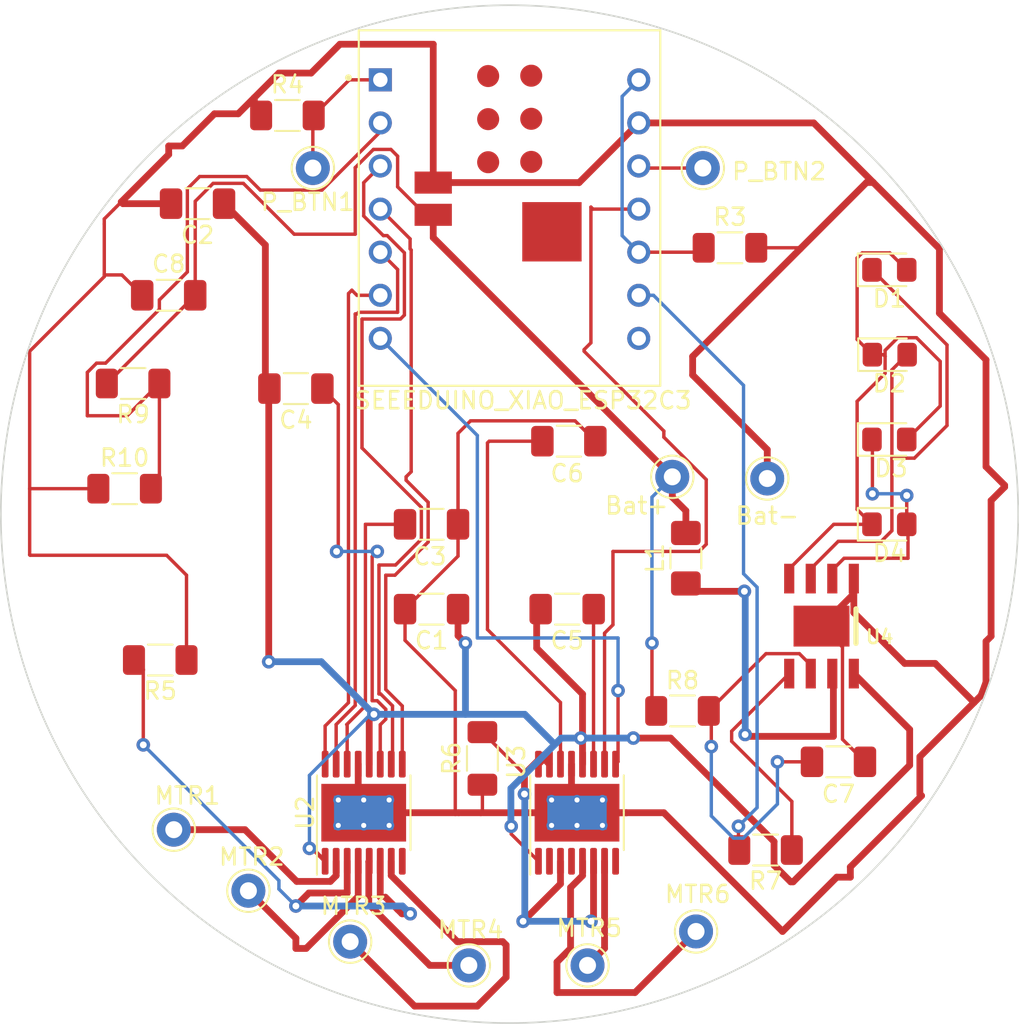
<source format=kicad_pcb>
(kicad_pcb (version 20221018) (generator pcbnew)
  (layers (0 "F.Cu" signal) (31 "B.Cu" signal) (34 "B.Paste" user) (35 "F.Paste" user) (36 "B.SilkS" user "B.Silkscreen") (37 "F.SilkS" user "F.Silkscreen") (38 "B.Mask" user) (39 "F.Mask" user) (44 "Edge.Cuts" user))
  (net 0 "")
  (net 1 "Net-(U2-VM)")
  (net 2 "GND")
  (net 3 "Net-(U2-VINT)")
  (net 4 "Net-(U2-VCP)")
  (net 5 "Net-(U3-VCP)")
  (net 6 "Net-(U3-VINT)")
  (net 7 "Net-(U4-BAT)")
  (net 8 "Net-(D1-K)")
  (net 9 "Net-(D1-A)")
  (net 10 "Net-(D3-K)")
  (net 11 "+3V3")
  (net 12 "Net-(U4-SW)")
  (net 13 "VCC")
  (net 14 "Net-(U2-AISEN)")
  (net 15 "Net-(U3-AIN1)")
  (net 16 "Net-(U4-KEY)")
  (net 17 "Net-(SEEEDUINO_XIAO_ESP32C3-D8)")
  (net 18 "Net-(SEEEDUINO_XIAO_ESP32C3-D1)")
  (net 19 "Net-(SEEEDUINO_XIAO_ESP32C3-D2)")
  (net 20 "Net-(SEEEDUINO_XIAO_ESP32C3-D3)")
  (net 21 "Net-(SEEEDUINO_XIAO_ESP32C3-D4)")
  (net 22 "Net-(SEEEDUINO_XIAO_ESP32C3-D5)")
  (net 23 "Net-(SEEEDUINO_XIAO_ESP32C3-TX_D6)")
  (net 25 "Net-(SEEEDUINO_XIAO_ESP32C3-D10)")
  (net 30 "Net-(MTR1-Pin_1)")
  (net 31 "Net-(MTR2-Pin_1)")
  (net 32 "Net-(MTR3-Pin_1)")
  (net 33 "Net-(MTR4-Pin_1)")
  (net 34 "Net-(MTR5-Pin_1)")
  (net 35 "Net-(MTR6-Pin_1)")
  (net 36 "Net-(P_BTN1-Pin_1)")
  (net 37 "Net-(Bat_P1-Pin_1)")
  (footprint "Resistor_SMD:R_1206_3216Metric_Pad1.30x1.75mm_HandSolder" (layer "F.Cu") (at 139.7 113.2 180)
    (fp_text reference "R7")
    (fp_text value "56K")
  )
  (footprint "LED_SMD:LED_0805_2012Metric_Pad1.15x1.40mm_HandSolder" (layer "F.Cu") (at 147 94)
    (fp_text reference "D4")
    (fp_text value "red")
  )
  (footprint "Capacitor_SMD:C_1206_3216Metric_Pad1.33x1.80mm_HandSolder" (layer "F.Cu") (at 112 86 180)
    (fp_text reference "C4")
    (fp_text value "0.01uF")
  )
  (footprint "Capacitor_SMD:C_1206_3216Metric_Pad1.33x1.80mm_HandSolder" (layer "F.Cu") (at 128 99 180)
    (fp_text reference "C5")
    (fp_text value "0.01uF")
  )
  (footprint "Connector_Pin:Pin_D1.0mm_L10.0mm" (layer "F.Cu") (at 115.2 118.6)
    (fp_text reference "MTR3")
    (fp_text value "Motor_3")
  )
  (footprint "Connector_Pin:Pin_D1.0mm_L10.0mm" (layer "F.Cu") (at 135.6 118)
    (fp_text reference "MTR6")
    (fp_text value "Motor_6")
  )
  (footprint "Resistor_SMD:R_1206_3216Metric_Pad1.30x1.75mm_HandSolder" (layer "F.Cu") (at 137.6 77.7)
    (fp_text reference "R3")
    (fp_text value "56K")
  )
  (footprint "Capacitor_SMD:C_1206_3216Metric_Pad1.33x1.80mm_HandSolder" (layer "F.Cu") (at 128.1 89.1)
    (fp_text reference "C6")
    (fp_text value "2.2uF")
  )
  (footprint "LED_SMD:LED_0805_2012Metric_Pad1.15x1.40mm_HandSolder" (layer "F.Cu") (at 147.025 84)
    (fp_text reference "D2")
    (fp_text value "red")
  )
  (footprint "Resistor_SMD:R_1206_3216Metric_Pad1.30x1.75mm_HandSolder" (layer "F.Cu") (at 101.9 91.9)
    (fp_text reference "R10")
    (fp_text value "30K")
  )
  (footprint "Connector_Pin:Pin_D1.0mm_L10.0mm" (layer "F.Cu") (at 122.2 120)
    (fp_text reference "MTR4")
    (fp_text value "Motor_4")
  )
  (footprint "Package_SO:HTSSOP-16-1EP_4.4x5mm_P0.65mm_EP3.4x5mm_Mask2.46x2.31mm_ThermalVias" (layer "F.Cu") (at 128.58 111 90)
    (fp_text reference "U3")
    (fp_text value "DRV8833PWP")
  )
  (footprint "LED_SMD:LED_0805_2012Metric_Pad1.15x1.40mm_HandSolder" (layer "F.Cu") (at 147 79)
    (fp_text reference "D1")
    (fp_text value "red")
  )
  (footprint "113991054:MODULE_113991054" (layer "F.Cu") (at 124.6 75.3565)
    (fp_text reference "SEEEDUINO_XIAO_ESP32C3")
    (fp_text value "113991054")
  )
  (footprint "Resistor_SMD:R_1206_3216Metric_Pad1.30x1.75mm_HandSolder" (layer "F.Cu") (at 111.5 69.9)
    (fp_text reference "R4")
    (fp_text value "56K")
  )
  (footprint "Connector_Pin:Pin_D1.0mm_L10.0mm" (layer "F.Cu") (at 129.2 120)
    (fp_text reference "MTR5")
    (fp_text value "Motor_5")
  )
  (footprint "Connector_Pin:Pin_D1.0mm_L10.0mm" (layer "F.Cu") (at 139.8 91.3)
    (fp_text reference "Bat-")
    (fp_text value "ExtPowerButton1")
  )
  (footprint "Connector_Pin:Pin_D1.0mm_L10.0mm" (layer "F.Cu") (at 109.2 115.6)
    (fp_text reference "MTR2")
    (fp_text value "Motor_2")
  )
  (footprint "Package_SO:HTSSOP-16-1EP_4.4x5mm_P0.65mm_EP3.4x5mm_Mask2.46x2.31mm_ThermalVias" (layer "F.Cu") (at 116 111 90)
    (fp_text reference "U2")
    (fp_text value "DRV8833PWP")
  )
  (footprint "Capacitor_SMD:C_1206_3216Metric_Pad1.33x1.80mm_HandSolder" (layer "F.Cu") (at 106.2 75.1 180)
    (fp_text reference "C2")
    (fp_text value "10uF")
  )
  (footprint "LED_SMD:LED_0805_2012Metric_Pad1.15x1.40mm_HandSolder" (layer "F.Cu") (at 147 89)
    (fp_text reference "D3")
    (fp_text value "red")
  )
  (footprint "Inductor_SMD:L_1206_3216Metric_Pad1.42x1.75mm_HandSolder" (layer "F.Cu") (at 135 96 90)
    (fp_text reference "L1")
    (fp_text value "1uH")
  )
  (footprint "Connector_Pin:Pin_D1.0mm_L10.0mm" (layer "F.Cu") (at 134.2 91.2)
    (fp_text reference "Bat+")
    (fp_text value "ExtPowerButton1")
  )
  (footprint "Capacitor_SMD:C_1206_3216Metric_Pad1.33x1.80mm_HandSolder" (layer "F.Cu") (at 104.5 80.5)
    (fp_text reference "C8")
    (fp_text value "22uF")
  )
  (footprint "Resistor_SMD:R_1206_3216Metric_Pad1.30x1.75mm_HandSolder" (layer "F.Cu") (at 104 102 180)
    (fp_text reference "R5")
    (fp_text value "56K")
  )
  (footprint "Capacitor_SMD:C_1206_3216Metric_Pad1.33x1.80mm_HandSolder" (layer "F.Cu") (at 120 99 180)
    (fp_text reference "C1")
    (fp_text value "10uF")
  )
  (footprint "Connector_Pin:Pin_D1.0mm_L10.0mm" (layer "F.Cu") (at 136 73)
    (fp_text reference "P_BTN2")
    (fp_text value "ExtPowerButton1")
  )
  (footprint "Resistor_SMD:R_1206_3216Metric_Pad1.30x1.75mm_HandSolder" (layer "F.Cu") (at 123 107.8 90)
    (fp_text reference "R6")
    (fp_text value "56K")
  )
  (footprint "Resistor_SMD:R_1206_3216Metric_Pad1.30x1.75mm_HandSolder" (layer "F.Cu") (at 134.8 105 180)
    (fp_text reference "R8")
    (fp_text value "0.5")
  )
  (footprint "Connector_Pin:Pin_D1.0mm_L10.0mm" (layer "F.Cu") (at 104.8 112)
    (fp_text reference "MTR1")
    (fp_text value "Motor_1")
  )
  (footprint "Capacitor_SMD:C_1206_3216Metric_Pad1.33x1.80mm_HandSolder" (layer "F.Cu") (at 120 94)
    (fp_text reference "C3")
    (fp_text value "2.2uF")
  )
  (footprint "IP5306:SOP8-P" (layer "F.Cu") (at 143 100 180)
    (fp_text reference "U4")
    (fp_text value "IP5306")
  )
  (footprint "Resistor_SMD:R_1206_3216Metric_Pad1.30x1.75mm_HandSolder" (layer "F.Cu") (at 102.4 85.7 180)
    (fp_text reference "R9")
    (fp_text value "30K")
  )
  (footprint "Capacitor_SMD:C_1206_3216Metric_Pad1.33x1.80mm_HandSolder" (layer "F.Cu") (at 144 108)
    (fp_text reference "C7")
    (fp_text value "22uF")
  )
  (footprint "Connector_Pin:Pin_D1.0mm_L10.0mm" (layer "F.Cu") (at 113 73)
    (fp_text reference "P_BTN1")
    (fp_text value "ExtPowerButton1")
  )
  (gr_circle (center 124.6 93.4) (end 154.6 93.4) (stroke (width 0.1)) (fill none) (layer "Edge.Cuts"))
  (segment (start 128.905 104.005) (end 126.2 101.3) (width 0.4) (layer "F.Cu") (net 1))
  (segment (start 140.2 112.7) (end 140.2 114.094239) (width 0.4) (layer "F.Cu") (net 1))
  (segment (start 121.5625 100.5625) (end 121.5625 99) (width 0.4) (layer "F.Cu") (net 1))
  (segment (start 116.325 105.475) (end 116.325 108.1375) (width 0.4) (layer "F.Cu") (net 1))
  (segment (start 141.324264 115.075736) (end 148.2 108.2) (width 0.4) (layer "F.Cu") (net 1))
  (segment (start 110.4 102.1) (end 110.4 86.0375) (width 0.4) (layer "F.Cu") (net 1))
  (segment (start 128.8 106.6) (end 128.905 106.495) (width 0.4) (layer "F.Cu") (net 1))
  (segment (start 110.4 86.0375) (end 110.4375 86) (width 0.4) (layer "F.Cu") (net 1))
  (segment (start 134.1 106.6) (end 140.2 112.7) (width 0.4) (layer "F.Cu") (net 1))
  (segment (start 113 113.1375) (end 112.8 113.1) (width 0.25) (layer "F.Cu") (net 1))
  (segment (start 140.2 114.094239) (end 141.181497 115.075736) (width 0.4) (layer "F.Cu") (net 1))
  (segment (start 122 101) (end 121.5625 100.5625) (width 0.4) (layer "F.Cu") (net 1))
  (segment (start 110.2 85.7625) (end 110.2 77.5375) (width 0.4) (layer "F.Cu") (net 1))
  (segment (start 110.2 77.5375) (end 107.7625 75.1) (width 0.4) (layer "F.Cu") (net 1))
  (segment (start 128.905 106.495) (end 128.905 104.005) (width 0.4) (layer "F.Cu") (net 1))
  (segment (start 148.2 106.095) (end 144.905 102.8) (width 0.4) (layer "F.Cu") (net 1))
  (segment (start 148.2 108.2) (end 148.2 106.095) (width 0.4) (layer "F.Cu") (net 1))
  (segment (start 110.4375 86) (end 110.2 85.7625) (width 0.4) (layer "F.Cu") (net 1))
  (segment (start 131.9 106.6) (end 134.1 106.6) (width 0.4) (layer "F.Cu") (net 1))
  (segment (start 113.725 113.8625) (end 113 113.1375) (width 0.25) (layer "F.Cu") (net 1))
  (segment (start 126.305 113.8625) (end 124.7 112.2575) (width 0.2) (layer "F.Cu") (net 1))
  (segment (start 126.2 101.3) (end 126.2 99.2375) (width 0.4) (layer "F.Cu") (net 1))
  (segment (start 141.181497 115.075736) (end 141.324264 115.075736) (width 0.4) (layer "F.Cu") (net 1))
  (segment (start 128.905 106.705) (end 128.8 106.6) (width 0.4) (layer "F.Cu") (net 1))
  (segment (start 128.905 108.1375) (end 128.905 106.705) (width 0.4) (layer "F.Cu") (net 1))
  (segment (start 124.7 112.2575) (end 124.7 111.8) (width 0.2) (layer "F.Cu") (net 1))
  (segment (start 126.2 99.2375) (end 126.4375 99) (width 0.4) (layer "F.Cu") (net 1))
  (segment (start 116.6 105.2) (end 116.325 105.475) (width 0.4) (layer "F.Cu") (net 1))
  (via (at 122 101) (size 0.8) (drill 0.4) (layers "F.Cu" "B.Cu") (net 1))
  (via (at 116.6 105.2) (size 0.8) (drill 0.4) (layers "F.Cu" "B.Cu") (net 1))
  (via (at 131.9 106.6) (size 0.8) (drill 0.4) (layers "F.Cu" "B.Cu") (net 1))
  (via (at 110.4 102.1) (size 0.8) (drill 0.4) (layers "F.Cu" "B.Cu") (net 1))
  (via (at 112.8 113.1) (size 0.8) (drill 0.4) (layers "F.Cu" "B.Cu") (net 1))
  (via (at 128.8 106.6) (size 0.8) (drill 0.4) (layers "F.Cu" "B.Cu") (net 1))
  (via (at 124.7 111.8) (size 0.8) (drill 0.4) (layers "F.Cu" "B.Cu") (net 1))
  (segment (start 127.649127 106.6) (end 127.274563 106.974563) (width 0.4) (layer "B.Cu") (net 1))
  (segment (start 110.4 102.1) (end 113.5 102.1) (width 0.4) (layer "B.Cu") (net 1))
  (segment (start 125.5 105.2) (end 122 105.2) (width 0.4) (layer "B.Cu") (net 1))
  (segment (start 122 101) (end 122 105.2) (width 0.4) (layer "B.Cu") (net 1))
  (segment (start 116.4 105.2) (end 112.8 108.8) (width 0.2) (layer "B.Cu") (net 1))
  (segment (start 127.274563 106.974563) (end 125.5 105.2) (width 0.4) (layer "B.Cu") (net 1))
  (segment (start 127.274563 106.974563) (end 124.680498 109.568629) (width 0.4) (layer "B.Cu") (net 1))
  (segment (start 124.680498 111.780498) (end 124.7 111.8) (width 0.4) (layer "B.Cu") (net 1))
  (segment (start 128.8 106.6) (end 127.649127 106.6) (width 0.4) (layer "B.Cu") (net 1))
  (segment (start 112.8 108.8) (end 112.8 113.1) (width 0.2) (layer "B.Cu") (net 1))
  (segment (start 131.9 106.6) (end 128.8 106.6) (width 0.4) (layer "B.Cu") (net 1))
  (segment (start 116.6 105.2) (end 116.4 105.2) (width 0.2) (layer "B.Cu") (net 1))
  (segment (start 124.680498 109.568629) (end 124.680498 111.780498) (width 0.4) (layer "B.Cu") (net 1))
  (segment (start 116.6 105.2) (end 122 105.2) (width 0.4) (layer "B.Cu") (net 1))
  (segment (start 113.5 102.1) (end 116.6 105.2) (width 0.4) (layer "B.Cu") (net 1))
  (segment (start 115.675 108.1375) (end 115.675 110.675) (width 0.4) (layer "F.Cu") (net 2))
  (segment (start 144.7 114.2) (end 144.7 114.8) (width 0.4) (layer "F.Cu") (net 2))
  (segment (start 145.655761 73.85) (end 146.05 73.85) (width 0.4) (layer "F.Cu") (net 2))
  (segment (start 109.55 69.5) (end 109.95 69.9) (width 0.4) (layer "F.Cu") (net 2))
  (segment (start 143 100) (end 144.905 98.095) (width 0.4) (layer "F.Cu") (net 2))
  (segment (start 152.7 90.6) (end 153.8 91.7) (width 0.4) (layer "F.Cu") (net 2))
  (segment (start 115.675 110.675) (end 116 111) (width 0.4) (layer "F.Cu") (net 2))
  (segment (start 123 110.9) (end 122.9 111) (width 0.2) (layer "F.Cu") (net 2))
  (segment (start 96.3 83.8) (end 96.3 91.9) (width 0.2) (layer "F.Cu") (net 2))
  (segment (start 144.905 98.095) (end 144.905 97.2) (width 0.4) (layer "F.Cu") (net 2))
  (segment (start 120.1 65.7) (end 114.6 65.7) (width 0.4) (layer "F.Cu") (net 2))
  (segment (start 143.9 114.8) (end 140.7 118) (width 0.4) (layer "F.Cu") (net 2))
  (segment (start 132.22 70.34) (end 142.54 70.34) (width 0.4) (layer "F.Cu") (net 2))
  (segment (start 147.905 102.2) (end 144.905 99.2) (width 0.4) (layer "F.Cu") (net 2))
  (segment (start 141.752881 77.752881) (end 145.655761 73.85) (width 0.4) (layer "F.Cu") (net 2))
  (segment (start 153 92.6) (end 153 100.6) (width 0.4) (layer "F.Cu") (net 2))
  (segment (start 129.6625 89.1) (end 128.4625 87.9) (width 0.2) (layer "F.Cu") (net 2))
  (segment (start 101.8 75.1) (end 101.7 75) (width 0.4) (layer "F.Cu") (net 2))
  (segment (start 105.55 102) (end 105.55 97) (width 0.2) (layer "F.Cu") (net 2))
  (segment (start 122.3 87.9) (end 121.5625 88.6375) (width 0.2) (layer "F.Cu") (net 2))
  (segment (start 135.4 84.105761) (end 141.752881 77.752881) (width 0.4) (layer "F.Cu") (net 2))
  (segment (start 100.7 79.4) (end 96.3 83.8) (width 0.2) (layer "F.Cu") (net 2))
  (segment (start 152.7 84.3) (end 152.7 90.6) (width 0.4) (layer "F.Cu") (net 2))
  (segment (start 149.953596 77.753596) (end 149.953596 81.553596) (width 0.4) (layer "F.Cu") (net 2))
  (segment (start 141.7 77.7) (end 141.752881 77.752881) (width 0.2) (layer "F.Cu") (net 2))
  (segment (start 135.4 85.2) (end 135.4 84.105761) (width 0.4) (layer "F.Cu") (net 2))
  (segment (start 142.54 70.34) (end 146.05 73.85) (width 0.4) (layer "F.Cu") (net 2))
  (segment (start 114.6 65.7) (end 112.9 67.4) (width 0.4) (layer "F.Cu") (net 2))
  (segment (start 105.3 71.7) (end 104.5 71.7) (width 0.4) (layer "F.Cu") (net 2))
  (segment (start 146.05 73.85) (end 147.6 75.4) (width 0.4) (layer "F.Cu") (net 2))
  (segment (start 144.235 101.235) (end 143 100) (width 0.2) (layer "F.Cu") (net 2))
  (segment (start 96.3 91.9) (end 96.3 95.8) (width 0.2) (layer "F.Cu") (net 2))
  (segment (start 122.9 111) (end 121.6 111) (width 0.4) (layer "F.Cu") (net 2))
  (segment (start 121.4 111) (end 116 111) (width 0.4) (layer "F.Cu") (net 2))
  (segment (start 139.8 89.6) (end 135.4 85.2) (width 0.4) (layer "F.Cu") (net 2))
  (segment (start 128.4625 87.9) (end 122.3 87.9) (width 0.2) (layer "F.Cu") (net 2))
  (segment (start 120.1 73.8565) (end 120.1 65.7) (width 0.4) (layer "F.Cu") (net 2))
  (segment (start 104.375 95.825) (end 96.325 95.825) (width 0.2) (layer "F.Cu") (net 2))
  (segment (start 128.255 110.675) (end 128.58 111) (width 0.4) (layer "F.Cu") (net 2))
  (segment (start 133.7 111) (end 131.5 111) (width 0.4) (layer "F.Cu") (net 2))
  (segment (start 121.4 111) (end 121.4 103.8) (width 0.2) (layer "F.Cu") (net 2))
  (segment (start 112.9 67.4) (end 111 67.4) (width 0.4) (layer "F.Cu") (net 2))
  (segment (start 107.2 69.8) (end 105.3 71.7) (width 0.4) (layer "F.Cu") (net 2))
  (segment (start 132.22 70.34) (end 128.7035 73.8565) (width 0.4) (layer "F.Cu") (net 2))
  (segment (start 148.8 109.9) (end 148.9 110) (width 0.4) (layer "F.Cu") (net 2))
  (segment (start 147.6 75.4) (end 149.953596 77.753596) (width 0.4) (layer "F.Cu") (net 2))
  (segment (start 100.7 79.3) (end 101.7375 79.3) (width 0.2) (layer "F.Cu") (net 2))
  (segment (start 153.8 91.8) (end 153 92.6) (width 0.4) (layer "F.Cu") (net 2))
  (segment (start 101.7375 79.3) (end 102.9375 80.5) (width 0.2) (layer "F.Cu") (net 2))
  (segment (start 123 109.35) (end 123 110.9) (width 0.2) (layer "F.Cu") (net 2))
  (segment (start 149.953596 81.553596) (end 152.7 84.3) (width 0.4) (layer "F.Cu") (net 2))
  (segment (start 109.55 68.85) (end 109.55 69.5) (width 0.4) (layer "F.Cu") (net 2))
  (segment (start 153.8 91.7) (end 153.8 91.8) (width 0.4) (layer "F.Cu") (net 2))
  (segment (start 145.5625 108) (end 144.235 106.6725) (width 0.2) (layer "F.Cu") (net 2))
  (segment (start 144.7 114.8) (end 143.9 114.8) (width 0.4) (layer "F.Cu") (net 2))
  (segment (start 144.235 106.6725) (end 144.235 101.235) (width 0.2) (layer "F.Cu") (net 2))
  (segment (start 121.6 111) (end 121.4 111) (width 0.4) (layer "F.Cu") (net 2))
  (segment (start 148.9 110) (end 144.7 114.2) (width 0.4) (layer "F.Cu") (net 2))
  (segment (start 149.7 102.2) (end 147.905 102.2) (width 0.4) (layer "F.Cu") (net 2))
  (segment (start 96.325 95.825) (end 96.3 95.8) (width 0.2) (layer "F.Cu") (net 2))
  (segment (start 152.7 100.9) (end 152.7 103.303171) (width 0.4) (layer "F.Cu") (net 2))
  (segment (start 109.55 68.85) (end 108.6 69.8) (width 0.4) (layer "F.Cu") (net 2))
  (segment (start 152.407766 104.092234) (end 152 104.5) (width 0.4) (layer "F.Cu") (net 2))
  (segment (start 100.35 91.9) (end 96.3 91.9) (width 0.2) (layer "F.Cu") (net 2))
  (segment (start 100.7 76) (end 100.7 76.3) (width 0.2) (layer "F.Cu") (net 2))
  (segment (start 140.7 118) (end 133.7 111) (width 0.4) (layer "F.Cu") (net 2))
  (segment (start 101.25 75.45) (end 100.7 76) (width 0.2) (layer "F.Cu") (net 2))
  (segment (start 139.15 77.7) (end 141.7 77.7) (width 0.2) (layer "F.Cu") (net 2))
  (segment (start 128.255 108.1375) (end 128.255 110.675) (width 0.4) (layer "F.Cu") (net 2))
  (segment (start 100.7 79.3) (end 100.7 79.4) (width 0.2) (layer "F.Cu") (net 2))
  (segment (start 101.7 75) (end 101.25 75.45) (width 0.2) (layer "F.Cu") (net 2))
  (segment (start 111 67.4) (end 109.55 68.85) (width 0.4) (layer "F.Cu") (net 2))
  (segment (start 104.6375 75.1) (end 101.8 75.1) (width 0.4) (layer "F.Cu") (net 2))
  (segment (start 152.621082 103.534498) (end 152.407766 104.092234) (width 0.4) (layer "F.Cu") (net 2))
  (segment (start 131.5 111) (end 128.58 111) (width 0.4) (layer "F.Cu") (net 2))
  (segment (start 104.5 72.2) (end 101.7 75) (width 0.4) (layer "F.Cu") (net 2))
  (segment (start 148.8 107.7) (end 148.8 109.9) (width 0.4) (layer "F.Cu") (net 2))
  (segment (start 104.5 71.7) (end 104.5 72.2) (width 0.4) (layer "F.Cu") (net 2))
  (segment (start 121.4 103.8) (end 118.4375 100.8375) (width 0.2) (layer "F.Cu") (net 2))
  (segment (start 128.7035 73.8565) (end 120.1 73.8565) (width 0.4) (layer "F.Cu") (net 2))
  (segment (start 153 100.6) (end 152.7 100.9) (width 0.4) (layer "F.Cu") (net 2))
  (segment (start 152 104.5) (end 149.7 102.2) (width 0.4) (layer "F.Cu") (net 2))
  (segment (start 144.905 99.2) (end 144.905 97.2) (width 0.4) (layer "F.Cu") (net 2))
  (segment (start 105.55 97) (end 104.375 95.825) (width 0.2) (layer "F.Cu") (net 2))
  (segment (start 121.5625 88.6375) (end 121.5625 94) (width 0.2) (layer "F.Cu") (net 2))
  (segment (start 131.5 111) (end 122.9 111) (width 0.4) (layer "F.Cu") (net 2))
  (segment (start 118.4375 100.8375) (end 118.4375 99) (width 0.2) (layer "F.Cu") (net 2))
  (segment (start 139.8 91.3) (end 139.8 89.6) (width 0.4) (layer "F.Cu") (net 2))
  (segment (start 152.7 103.303171) (end 152.621082 103.534498) (width 0.4) (layer "F.Cu") (net 2))
  (segment (start 152 104.5) (end 148.8 107.7) (width 0.4) (layer "F.Cu") (net 2))
  (segment (start 100.7 76.3) (end 100.7 79.3) (width 0.2) (layer "F.Cu") (net 2))
  (segment (start 121.5625 94) (end 121.5625 95.875) (width 0.2) (layer "F.Cu") (net 2))
  (segment (start 108.6 69.8) (end 107.2 69.8) (width 0.4) (layer "F.Cu") (net 2))
  (segment (start 121.5625 95.875) (end 118.4375 99) (width 0.2) (layer "F.Cu") (net 2))
  (segment (start 116.1 104.7) (end 115 105.8) (width 0.2) (layer "F.Cu") (net 3))
  (segment (start 115.025 105.825) (end 115 105.8) (width 0.2) (layer "F.Cu") (net 3))
  (segment (start 118.4375 94) (end 116.1 94) (width 0.2) (layer "F.Cu") (net 3))
  (segment (start 116.1 94) (end 116.1 104.7) (width 0.2) (layer "F.Cu") (net 3))
  (segment (start 115.025 108.1375) (end 115.025 105.825) (width 0.2) (layer "F.Cu") (net 3))
  (segment (start 114.4 95.6) (end 114.5 95.5) (width 0.2) (layer "F.Cu") (net 4))
  (segment (start 116.5 104.4) (end 116.8 104.4) (width 0.2) (layer "F.Cu") (net 4))
  (segment (start 116.8 104.4) (end 117.3 104.9) (width 0.2) (layer "F.Cu") (net 4))
  (segment (start 114.5 86.9375) (end 113.5625 86) (width 0.2) (layer "F.Cu") (net 4))
  (segment (start 117.3 105.48995) (end 116.975 105.81495) (width 0.2) (layer "F.Cu") (net 4))
  (segment (start 116.975 105.81495) (end 116.975 108.1375) (width 0.2) (layer "F.Cu") (net 4))
  (segment (start 116.5 95.9) (end 116.5 104.4) (width 0.2) (layer "F.Cu") (net 4))
  (segment (start 116.8 95.6) (end 116.5 95.9) (width 0.2) (layer "F.Cu") (net 4))
  (segment (start 114.5 95.5) (end 114.5 86.9375) (width 0.2) (layer "F.Cu") (net 4))
  (segment (start 117.3 104.9) (end 117.3 105.48995) (width 0.2) (layer "F.Cu") (net 4))
  (via (at 116.8 95.6) (size 0.8) (drill 0.4) (layers "F.Cu" "B.Cu") (net 4))
  (via (at 114.4 95.6) (size 0.8) (drill 0.4) (layers "F.Cu" "B.Cu") (net 4))
  (segment (start 116.8 95.6) (end 114.4 95.6) (width 0.2) (layer "B.Cu") (net 4))
  (segment (start 129.555 108.1375) (end 129.555 99.0075) (width 0.2) (layer "F.Cu") (net 5))
  (segment (start 129.555 99.0075) (end 129.5625 99) (width 0.2) (layer "F.Cu") (net 5))
  (segment (start 127.605 104.505) (end 123.3 100.2) (width 0.2) (layer "F.Cu") (net 6))
  (segment (start 127.605 108.1375) (end 127.605 104.505) (width 0.2) (layer "F.Cu") (net 6))
  (segment (start 123.3 89.2) (end 123.4 89.1) (width 0.2) (layer "F.Cu") (net 6))
  (segment (start 123.4 89.1) (end 126.5375 89.1) (width 0.2) (layer "F.Cu") (net 6))
  (segment (start 123.3 100.2) (end 123.3 89.2) (width 0.2) (layer "F.Cu") (net 6))
  (segment (start 142.365 102.295) (end 142.365 102.8) (width 0.2) (layer "F.Cu") (net 7))
  (segment (start 136.5 105.15) (end 136.35 105) (width 0.2) (layer "F.Cu") (net 7))
  (segment (start 139.725 101.625) (end 141.695 101.625) (width 0.2) (layer "F.Cu") (net 7))
  (segment (start 136.35 105) (end 139.725 101.625) (width 0.2) (layer "F.Cu") (net 7))
  (segment (start 142.4375 108) (end 140.4 108) (width 0.2) (layer "F.Cu") (net 7))
  (segment (start 141.695 101.625) (end 142.365 102.295) (width 0.2) (layer "F.Cu") (net 7))
  (segment (start 136.5 107.1) (end 136.5 105.15) (width 0.2) (layer "F.Cu") (net 7))
  (via (at 136.5 107.1) (size 0.8) (drill 0.4) (layers "F.Cu" "B.Cu") (net 7))
  (via (at 140.4 108) (size 0.8) (drill 0.4) (layers "F.Cu" "B.Cu") (net 7))
  (segment (start 140.4 108) (end 140.4 110.48995) (width 0.2) (layer "B.Cu") (net 7))
  (segment (start 137.81005 112.5) (end 136.5 111.18995) (width 0.2) (layer "B.Cu") (net 7))
  (segment (start 140.4 110.48995) (end 138.38995 112.5) (width 0.2) (layer "B.Cu") (net 7))
  (segment (start 138.38995 112.5) (end 137.81005 112.5) (width 0.2) (layer "B.Cu") (net 7))
  (segment (start 136.5 111.18995) (end 136.5 107.1) (width 0.2) (layer "B.Cu") (net 7))
  (segment (start 146.527817 95) (end 147.15 94.377817) (width 0.2) (layer "F.Cu") (net 8))
  (segment (start 142.365 97.2) (end 142.365 96.625) (width 0.2) (layer "F.Cu") (net 8))
  (segment (start 150.4 88.177817) (end 148.477817 90.1) (width 0.2) (layer "F.Cu") (net 8))
  (segment (start 150.4 83.425) (end 150.4 88.177817) (width 0.2) (layer "F.Cu") (net 8))
  (segment (start 142.365 96.625) (end 143.99 95) (width 0.2) (layer "F.Cu") (net 8))
  (segment (start 143.99 95) (end 146.527817 95) (width 0.2) (layer "F.Cu") (net 8))
  (segment (start 148.477817 90.1) (end 147.15 90.1) (width 0.2) (layer "F.Cu") (net 8))
  (segment (start 147.15 94.377817) (end 147.15 90.1) (width 0.2) (layer "F.Cu") (net 8))
  (segment (start 147.15 90.1) (end 147.15 84.9) (width 0.2) (layer "F.Cu") (net 8))
  (segment (start 145.975 79) (end 150.4 83.425) (width 0.2) (layer "F.Cu") (net 8))
  (segment (start 147.15 84.9) (end 148.05 84) (width 0.2) (layer "F.Cu") (net 8))
  (segment (start 150 87.025) (end 148.025 89) (width 0.2) (layer "F.Cu") (net 9))
  (segment (start 148.025 79) (end 147.025 78) (width 0.2) (layer "F.Cu") (net 9))
  (segment (start 146.75 83.747183) (end 147.497183 83) (width 0.2) (layer "F.Cu") (net 9))
  (segment (start 147.497183 83) (end 148.1 83) (width 0.2) (layer "F.Cu") (net 9))
  (segment (start 145.1 83.1) (end 146 84) (width 0.2) (layer "F.Cu") (net 9))
  (segment (start 145.4 78) (end 145.1 78.3) (width 0.2) (layer "F.Cu") (net 9))
  (segment (start 148.602817 83) (end 150 84.397183) (width 0.2) (layer "F.Cu") (net 9))
  (segment (start 150 84.397183) (end 150 87.025) (width 0.2) (layer "F.Cu") (net 9))
  (segment (start 147.025 78) (end 145.4 78) (width 0.2) (layer "F.Cu") (net 9))
  (segment (start 146.65 84) (end 146.75 84.1) (width 0.2) (layer "F.Cu") (net 9))
  (segment (start 145.975 94) (end 145.1 93.125) (width 0.2) (layer "F.Cu") (net 9))
  (segment (start 145.1 86.75) (end 146.75 85.1) (width 0.2) (layer "F.Cu") (net 9))
  (segment (start 143.72 94) (end 145.975 94) (width 0.2) (layer "F.Cu") (net 9))
  (segment (start 145.1 78.3) (end 145.1 83.1) (width 0.2) (layer "F.Cu") (net 9))
  (segment (start 146.75 84.1) (end 146.75 83.747183) (width 0.2) (layer "F.Cu") (net 9))
  (segment (start 145.1 93.125) (end 145.1 86.75) (width 0.2) (layer "F.Cu") (net 9))
  (segment (start 141.095 97.2) (end 141.095 96.625) (width 0.2) (layer "F.Cu") (net 9))
  (segment (start 146 84) (end 146.65 84) (width 0.2) (layer "F.Cu") (net 9))
  (segment (start 148.1 83) (end 148.602817 83) (width 0.2) (layer "F.Cu") (net 9))
  (segment (start 141.095 96.625) (end 143.72 94) (width 0.2) (layer "F.Cu") (net 9))
  (segment (start 146.75 85.1) (end 146.75 84.1) (width 0.2) (layer "F.Cu") (net 9))
  (segment (start 146 92.2) (end 146 89.025) (width 0.2) (layer "F.Cu") (net 10))
  (segment (start 146 89.025) (end 145.975 89) (width 0.2) (layer "F.Cu") (net 10))
  (segment (start 144.33 96) (end 148.1 96) (width 0.2) (layer "F.Cu") (net 10))
  (segment (start 148.025 92.3) (end 148.025 94) (width 0.2) (layer "F.Cu") (net 10))
  (segment (start 143.635 97.2) (end 143.635 96.695) (width 0.2) (layer "F.Cu") (net 10))
  (segment (start 143.635 96.695) (end 144.33 96) (width 0.2) (layer "F.Cu") (net 10))
  (segment (start 148.1 94.075) (end 148.025 94) (width 0.2) (layer "F.Cu") (net 10))
  (segment (start 148.1 96) (end 148.1 94.075) (width 0.2) (layer "F.Cu") (net 10))
  (via (at 148.025 92.3) (size 0.8) (drill 0.4) (layers "F.Cu" "B.Cu") (net 10))
  (via (at 146 92.2) (size 0.8) (drill 0.4) (layers "F.Cu" "B.Cu") (net 10))
  (segment (start 147.925 92.2) (end 146 92.2) (width 0.2) (layer "B.Cu") (net 10))
  (segment (start 148.025 92.3) (end 147.925 92.2) (width 0.2) (layer "B.Cu") (net 10))
  (segment (start 132.34 73) (end 132.22 72.88) (width 0.2) (layer "F.Cu") (net 11))
  (segment (start 136 73) (end 132.34 73) (width 0.2) (layer "F.Cu") (net 11))
  (segment (start 138.450353 97.949647) (end 135.462147 97.949647) (width 0.4) (layer "F.Cu") (net 12))
  (segment (start 138.493298 106.390945) (end 138.602353 106.5) (width 0.4) (layer "F.Cu") (net 12))
  (segment (start 143.635 103.505) (end 143.635 102.8) (width 0.4) (layer "F.Cu") (net 12))
  (segment (start 143.7 106.5) (end 143.7 103.57) (width 0.4) (layer "F.Cu") (net 12))
  (segment (start 138.602353 106.5) (end 143.7 106.5) (width 0.4) (layer "F.Cu") (net 12))
  (segment (start 143.7 103.57) (end 143.635 103.505) (width 0.4) (layer "F.Cu") (net 12))
  (segment (start 135.462147 97.949647) (end 135 97.4875) (width 0.4) (layer "F.Cu") (net 12))
  (via (at 138.450353 97.949647) (size 0.8) (drill 0.4) (layers "F.Cu" "B.Cu") (net 12))
  (via (at 138.493298 106.390945) (size 0.8) (drill 0.4) (layers "F.Cu" "B.Cu") (net 12))
  (segment (start 138.450353 97.949647) (end 138.5 97.999294) (width 0.4) (layer "B.Cu") (net 12))
  (segment (start 138.5 106.384243) (end 138.493298 106.390945) (width 0.4) (layer "B.Cu") (net 12))
  (segment (start 138.5 97.999294) (end 138.5 106.384243) (width 0.4) (layer "B.Cu") (net 12))
  (segment (start 136.05 77.7) (end 135.79 77.96) (width 0.2) (layer "F.Cu") (net 13))
  (segment (start 135.79 77.96) (end 132.22 77.96) (width 0.2) (layer "F.Cu") (net 13))
  (segment (start 131.241 68.779) (end 132.22 67.8) (width 0.2) (layer "B.Cu") (net 13))
  (segment (start 132.22 77.96) (end 131.241 76.981) (width 0.2) (layer "B.Cu") (net 13))
  (segment (start 131.241 76.981) (end 131.241 68.779) (width 0.2) (layer "B.Cu") (net 13))
  (segment (start 112.767462 115.732538) (end 115.025 115.732538) (width 0.4) (layer "F.Cu") (net 14))
  (segment (start 117.275 115.975) (end 118 116.7) (width 0.4) (layer "F.Cu") (net 14))
  (segment (start 118.487229 116.7) (end 118.743614 116.956385) (width 0.4) (layer "F.Cu") (net 14))
  (segment (start 118.256385 116.956385) (end 118 116.7) (width 0.4) (layer "F.Cu") (net 14))
  (segment (start 112 116.5) (end 112.767462 115.732538) (width 0.4) (layer "F.Cu") (net 14))
  (segment (start 115.025 115.732538) (end 115.025 113.8625) (width 0.4) (layer "F.Cu") (net 14))
  (segment (start 102.45 102) (end 103 102.55) (width 0.2) (layer "F.Cu") (net 14))
  (segment (start 118.743614 116.956385) (end 118.256385 116.956385) (width 0.4) (layer "F.Cu") (net 14))
  (segment (start 103 102.55) (end 103 107) (width 0.2) (layer "F.Cu") (net 14))
  (segment (start 118 116.7) (end 118.487229 116.7) (width 0.4) (layer "F.Cu") (net 14))
  (segment (start 116.975 113.8625) (end 116.975 115.975) (width 0.4) (layer "F.Cu") (net 14))
  (via (at 118.743614 116.956385) (size 0.8) (drill 0.4) (layers "F.Cu" "B.Cu") (net 14))
  (via (at 103 107) (size 0.8) (drill 0.4) (layers "F.Cu" "B.Cu") (net 14))
  (via (at 112 116.5) (size 0.8) (drill 0.4) (layers "F.Cu" "B.Cu") (net 14))
  (segment (start 118.287229 116.5) (end 112 116.5) (width 0.4) (layer "B.Cu") (net 14))
  (segment (start 103 107) (end 111 115) (width 0.2) (layer "B.Cu") (net 14))
  (segment (start 111 115) (end 111 115.5) (width 0.2) (layer "B.Cu") (net 14))
  (segment (start 118.743614 116.956385) (end 118.287229 116.5) (width 0.4) (layer "B.Cu") (net 14))
  (segment (start 111 115.5) (end 112 116.5) (width 0.2) (layer "B.Cu") (net 14))
  (segment (start 126.6 107.6) (end 126.6 107.7825) (width 0.4) (layer "F.Cu") (net 15))
  (segment (start 125.480498 109.9) (end 125.480498 108.719502) (width 0.4) (layer "F.Cu") (net 15))
  (segment (start 125.4 117.4) (end 127.605 115.195) (width 0.4) (layer "F.Cu") (net 15))
  (segment (start 126.6 107.7825) (end 126.955 108.1375) (width 0.4) (layer "F.Cu") (net 15))
  (segment (start 125.480498 108.719502) (end 125.469502 108.719502) (width 0.2) (layer "F.Cu") (net 15))
  (segment (start 129.555 117.2505) (end 129.555 113.8625) (width 0.4) (layer "F.Cu") (net 15))
  (segment (start 126.6 107.6) (end 126.6 107.8425) (width 0.4) (layer "F.Cu") (net 15))
  (segment (start 126.6 107.8425) (end 126.305 108.1375) (width 0.4) (layer "F.Cu") (net 15))
  (segment (start 125.480498 108.719502) (end 126.6 107.6) (width 0.4) (layer "F.Cu") (net 15))
  (segment (start 129.4055 117.4) (end 129.555 117.2505) (width 0.4) (layer "F.Cu") (net 15))
  (segment (start 125.469502 108.719502) (end 123 106.25) (width 0.2) (layer "F.Cu") (net 15))
  (segment (start 127.605 115.195) (end 127.605 113.8625) (width 0.4) (layer "F.Cu") (net 15))
  (via (at 125.4 117.4) (size 0.8) (drill 0.4) (layers "F.Cu" "B.Cu") (net 15))
  (via (at 125.480498 109.9) (size 0.8) (drill 0.4) (layers "F.Cu" "B.Cu") (net 15))
  (via (at 129.4055 117.4) (size 0.8) (drill 0.4) (layers "F.Cu" "B.Cu") (net 15))
  (segment (start 125.5 109.919502) (end 125.480498 109.9) (width 0.4) (layer "B.Cu") (net 15))
  (segment (start 129.4055 117.4) (end 125.4 117.4) (width 0.4) (layer "B.Cu") (net 15))
  (segment (start 125.5 117.3) (end 125.5 109.919502) (width 0.4) (layer "B.Cu") (net 15))
  (segment (start 125.4 117.4) (end 125.5 117.3) (width 0.4) (layer "B.Cu") (net 15))
  (segment (start 137.7 106.78995) (end 137.7 106.195) (width 0.2) (layer "F.Cu") (net 16))
  (segment (start 141.25 110.33995) (end 137.7 106.78995) (width 0.2) (layer "F.Cu") (net 16))
  (segment (start 141.25 113.2) (end 141.25 110.33995) (width 0.2) (layer "F.Cu") (net 16))
  (segment (start 137.7 106.195) (end 141.095 102.8) (width 0.2) (layer "F.Cu") (net 16))
  (segment (start 138.1 113.15) (end 138.15 113.2) (width 0.2) (layer "F.Cu") (net 17))
  (segment (start 138.1 111.8) (end 138.1 113.15) (width 0.2) (layer "F.Cu") (net 17))
  (via (at 138.1 111.8) (size 0.8) (drill 0.4) (layers "F.Cu" "B.Cu") (net 17))
  (segment (start 133.08995 80.5) (end 132.22 80.5) (width 0.2) (layer "B.Cu") (net 17))
  (segment (start 139.2 110.7) (end 139.2 97.71005) (width 0.2) (layer "B.Cu") (net 17))
  (segment (start 138.4 96.91005) (end 138.4 85.81005) (width 0.2) (layer "B.Cu") (net 17))
  (segment (start 139.2 97.71005) (end 138.4 96.91005) (width 0.2) (layer "B.Cu") (net 17))
  (segment (start 138.4 85.81005) (end 133.08995 80.5) (width 0.2) (layer "B.Cu") (net 17))
  (segment (start 138.1 111.8) (end 139.2 110.7) (width 0.2) (layer "B.Cu") (net 17))
  (segment (start 99.7 87.6) (end 102.05 87.6) (width 0.2) (layer "F.Cu") (net 18))
  (segment (start 116.98 70.858478) (end 113.538478 74.3) (width 0.2) (layer "F.Cu") (net 18))
  (segment (start 109.9 74.3) (end 109.1 73.5) (width 0.2) (layer "F.Cu") (net 18))
  (segment (start 103.95 91.4) (end 103.45 91.9) (width 0.2) (layer "F.Cu") (net 18))
  (segment (start 102.05 87.6) (end 103.95 85.7) (width 0.2) (layer "F.Cu") (net 18))
  (segment (start 105.6 74.222183) (end 105.6 79.122183) (width 0.2) (layer "F.Cu") (net 18))
  (segment (start 100.247183 84.5) (end 99.7 85.047183) (width 0.2) (layer "F.Cu") (net 18))
  (segment (start 103.948407 80.773776) (end 103.948407 81.32941) (width 0.2) (layer "F.Cu") (net 18))
  (segment (start 109.1 73.5) (end 106.322183 73.5) (width 0.2) (layer "F.Cu") (net 18))
  (segment (start 103.95 85.7) (end 103.95 91.4) (width 0.2) (layer "F.Cu") (net 18))
  (segment (start 116.98 70.34) (end 116.98 70.858478) (width 0.2) (layer "F.Cu") (net 18))
  (segment (start 106.322183 73.5) (end 105.6 74.222183) (width 0.2) (layer "F.Cu") (net 18))
  (segment (start 103.948407 81.32941) (end 100.777817 84.5) (width 0.2) (layer "F.Cu") (net 18))
  (segment (start 99.7 85.047183) (end 99.7 87.6) (width 0.2) (layer "F.Cu") (net 18))
  (segment (start 105.6 79.122183) (end 103.948407 80.773776) (width 0.2) (layer "F.Cu") (net 18))
  (segment (start 113.538478 74.3) (end 109.9 74.3) (width 0.2) (layer "F.Cu") (net 18))
  (segment (start 100.777817 84.5) (end 100.247183 84.5) (width 0.2) (layer "F.Cu") (net 18))
  (segment (start 117.625 108.1375) (end 117.7 108.0625) (width 0.2) (layer "F.Cu") (net 19))
  (segment (start 117.385516 76.981) (end 117.156484 76.981) (width 0.2) (layer "F.Cu") (net 19))
  (segment (start 117 104) (end 116.9 104) (width 0.2) (layer "F.Cu") (net 19))
  (segment (start 118.4 77.995484) (end 117.385516 76.981) (width 0.2) (layer "F.Cu") (net 19))
  (segment (start 115.9 81.9) (end 118.165685 81.9) (width 0.2) (layer "F.Cu") (net 19))
  (segment (start 117.7 108.0625) (end 117.7 104.7) (width 0.2) (layer "F.Cu") (net 19))
  (segment (start 116.9 96.4) (end 117.877817 96.4) (width 0.2) (layer "F.Cu") (net 19))
  (segment (start 119.4 93) (end 115.9 89.5) (width 0.2) (layer "F.Cu") (net 19))
  (segment (start 119.4 94.877817) (end 119.4 93) (width 0.2) (layer "F.Cu") (net 19))
  (segment (start 116.9 104) (end 116.9 96.4) (width 0.2) (layer "F.Cu") (net 19))
  (segment (start 115.9 89.5) (end 115.9 81.9) (width 0.2) (layer "F.Cu") (net 19))
  (segment (start 117.877817 96.4) (end 119.4 94.877817) (width 0.2) (layer "F.Cu") (net 19))
  (segment (start 118.165685 81.9) (end 118.4 81.665685) (width 0.2) (layer "F.Cu") (net 19))
  (segment (start 117.156484 76.981) (end 116.001 75.825516) (width 0.2) (layer "F.Cu") (net 19))
  (segment (start 116.001 73.859) (end 116.98 72.88) (width 0.2) (layer "F.Cu") (net 19))
  (segment (start 118.4 81.665685) (end 118.4 77.995484) (width 0.2) (layer "F.Cu") (net 19))
  (segment (start 116.001 75.825516) (end 116.001 73.859) (width 0.2) (layer "F.Cu") (net 19))
  (segment (start 117.7 104.7) (end 117 104) (width 0.2) (layer "F.Cu") (net 19))
  (segment (start 118.7351 77.1751) (end 116.98 75.42) (width 0.2) (layer "F.Cu") (net 20))
  (segment (start 119.8 95.043502) (end 119.8 92.7) (width 0.2) (layer "F.Cu") (net 20))
  (segment (start 117.843502 97) (end 119.8 95.043502) (width 0.2) (layer "F.Cu") (net 20))
  (segment (start 118.8 77.829799) (end 118.7351 77.764899) (width 0.2) (layer "F.Cu") (net 20))
  (segment (start 118.275 104.709314) (end 117.3 103.734314) (width 0.2) (layer "F.Cu") (net 20))
  (segment (start 118.5 91.2) (end 118.8 90.9) (width 0.2) (layer "F.Cu") (net 20))
  (segment (start 118.5 91.4) (end 118.5 91.2) (width 0.2) (layer "F.Cu") (net 20))
  (segment (start 117.3 97) (end 117.843502 97) (width 0.2) (layer "F.Cu") (net 20))
  (segment (start 119.8 92.7) (end 118.5 91.4) (width 0.2) (layer "F.Cu") (net 20))
  (segment (start 117.3 103.734314) (end 117.3 97) (width 0.2) (layer "F.Cu") (net 20))
  (segment (start 118.8 90.9) (end 118.8 77.829799) (width 0.2) (layer "F.Cu") (net 20))
  (segment (start 118.7351 77.764899) (end 118.7351 77.1751) (width 0.2) (layer "F.Cu") (net 20))
  (segment (start 118.275 108.1375) (end 118.275 104.709314) (width 0.2) (layer "F.Cu") (net 20))
  (segment (start 114.375 108.1375) (end 114.375 105.803186) (width 0.2) (layer "F.Cu") (net 21))
  (segment (start 115.5 104.678185) (end 115.5 81.6) (width 0.2) (layer "F.Cu") (net 21))
  (segment (start 118 78.98) (end 116.98 77.96) (width 0.2) (layer "F.Cu") (net 21))
  (segment (start 114.375 105.803186) (end 115.5 104.678185) (width 0.2) (layer "F.Cu") (net 21))
  (segment (start 118 81.5) (end 118 78.98) (width 0.2) (layer "F.Cu") (net 21))
  (segment (start 115.7 81.5) (end 118 81.5) (width 0.2) (layer "F.Cu") (net 21))
  (segment (start 115.5 81.6) (end 115.6 81.6) (width 0.2) (layer "F.Cu") (net 21))
  (segment (start 115.6 81.6) (end 115.7 81.5) (width 0.2) (layer "F.Cu") (net 21))
  (segment (start 113.725 108.1375) (end 113.725 105.8875) (width 0.2) (layer "F.Cu") (net 22))
  (segment (start 115.3 80.2) (end 115.6 80.5) (width 0.2) (layer "F.Cu") (net 22))
  (segment (start 115.1 80.4) (end 115.3 80.2) (width 0.2) (layer "F.Cu") (net 22))
  (segment (start 115.1 104.5125) (end 115.1 80.4) (width 0.2) (layer "F.Cu") (net 22))
  (segment (start 113.725 105.8875) (end 115.1 104.5125) (width 0.2) (layer "F.Cu") (net 22))
  (segment (start 115.6 80.5) (end 116.98 80.5) (width 0.2) (layer "F.Cu") (net 22))
  (segment (start 131 107.9925) (end 130.855 108.1375) (width 0.2) (layer "F.Cu") (net 23))
  (segment (start 131 103.8) (end 131 107.9925) (width 0.2) (layer "F.Cu") (net 23))
  (via (at 131 103.8) (size 0.8) (drill 0.4) (layers "F.Cu" "B.Cu") (net 23))
  (segment (start 122.7 100.7) (end 122.7 88.76) (width 0.2) (layer "B.Cu") (net 23))
  (segment (start 131 103.8) (end 131 100.7) (width 0.2) (layer "B.Cu") (net 23))
  (segment (start 122.7 88.76) (end 116.98 83.04) (width 0.2) (layer "B.Cu") (net 23))
  (segment (start 131 100.7) (end 122.7 100.7) (width 0.2) (layer "B.Cu") (net 23))
  (segment (start 136.2 95.177817) (end 136.2 91.361522) (width 0.2) (layer "F.Cu") (net 25))
  (segment (start 136.2 91.361522) (end 133.7 88.861522) (width 0.2) (layer "F.Cu") (net 25))
  (segment (start 130.7 99.922183) (end 130.7 95.6) (width 0.2) (layer "F.Cu") (net 25))
  (segment (start 129.4 75.3) (end 129.52 75.42) (width 0.2) (layer "F.Cu") (net 25))
  (segment (start 129.52 75.42) (end 132.22 75.42) (width 0.2) (layer "F.Cu") (net 25))
  (segment (start 130.205 100.417183) (end 130.7 99.922183) (width 0.2) (layer "F.Cu") (net 25))
  (segment (start 135.777817 95.6) (end 136.2 95.177817) (width 0.2) (layer "F.Cu") (net 25))
  (segment (start 129.4 83.3) (end 129.4 75.3) (width 0.2) (layer "F.Cu") (net 25))
  (segment (start 130.7 95.6) (end 135.777817 95.6) (width 0.2) (layer "F.Cu") (net 25))
  (segment (start 129 83.7) (end 129.4 83.3) (width 0.2) (layer "F.Cu") (net 25))
  (segment (start 133.7 88.861522) (end 133.7 88.5) (width 0.2) (layer "F.Cu") (net 25))
  (segment (start 129 83.8) (end 129 83.7) (width 0.2) (layer "F.Cu") (net 25))
  (segment (start 130.205 108.1375) (end 130.205 100.417183) (width 0.2) (layer "F.Cu") (net 25))
  (segment (start 133.7 88.5) (end 129 83.8) (width 0.2) (layer "F.Cu") (net 25))
  (segment (start 114.375 114.707107) (end 114.032107 115.05) (width 0.4) (layer "F.Cu") (net 30))
  (segment (start 109 112) (end 104.8 112) (width 0.4) (layer "F.Cu") (net 30))
  (segment (start 112.05 115.05) (end 109 112) (width 0.4) (layer "F.Cu") (net 30))
  (segment (start 114.032107 115.05) (end 112.05 115.05) (width 0.4) (layer "F.Cu") (net 30))
  (segment (start 114.375 113.8625) (end 114.375 114.707107) (width 0.4) (layer "F.Cu") (net 30))
  (segment (start 115.675 113.8625) (end 115.675 115.931066) (width 0.4) (layer "F.Cu") (net 31))
  (segment (start 112.606066 119) (end 112 119) (width 0.4) (layer "F.Cu") (net 31))
  (segment (start 115.675 115.931066) (end 112.606066 119) (width 0.4) (layer "F.Cu") (net 31))
  (segment (start 112 118.4) (end 109.2 115.6) (width 0.4) (layer "F.Cu") (net 31))
  (segment (start 112 119) (end 112 118.4) (width 0.4) (layer "F.Cu") (net 31))
  (segment (start 117.625 113.8625) (end 117.625 114.707107) (width 0.4) (layer "F.Cu") (net 32))
  (segment (start 124.4 118.8) (end 124.4 120.7) (width 0.4) (layer "F.Cu") (net 32))
  (segment (start 119 122.4) (end 115.2 118.6) (width 0.4) (layer "F.Cu") (net 32))
  (segment (start 117.625 114.707107) (end 121.517893 118.6) (width 0.4) (layer "F.Cu") (net 32))
  (segment (start 124.4 120.7) (end 122.7 122.4) (width 0.4) (layer "F.Cu") (net 32))
  (segment (start 124.2 118.6) (end 124.4 118.8) (width 0.4) (layer "F.Cu") (net 32))
  (segment (start 122.7 122.4) (end 119 122.4) (width 0.4) (layer "F.Cu") (net 32))
  (segment (start 121.517893 118.6) (end 124.2 118.6) (width 0.4) (layer "F.Cu") (net 32))
  (segment (start 116.3 113.8875) (end 116.3 116.4) (width 0.4) (layer "F.Cu") (net 33))
  (segment (start 116.3 116.4) (end 119.9 120) (width 0.4) (layer "F.Cu") (net 33))
  (segment (start 116.325 113.8625) (end 116.3 113.8875) (width 0.4) (layer "F.Cu") (net 33))
  (segment (start 119.9 120) (end 122.2 120) (width 0.4) (layer "F.Cu") (net 33))
  (segment (start 129.2 120) (end 130.205 118.995) (width 0.4) (layer "F.Cu") (net 34))
  (segment (start 130.205 118.995) (end 130.205 113.8625) (width 0.4) (layer "F.Cu") (net 34))
  (segment (start 128.2 119) (end 127.4 119.8) (width 0.4) (layer "F.Cu") (net 35))
  (segment (start 135.6 118) (end 132 121.6) (width 0.4) (layer "F.Cu") (net 35))
  (segment (start 128.905 113.8625) (end 128.905 114.707107) (width 0.4) (layer "F.Cu") (net 35))
  (segment (start 132 121.6) (end 127.4 121.6) (width 0.4) (layer "F.Cu") (net 35))
  (segment (start 128.2 115.412107) (end 128.2 119) (width 0.4) (layer "F.Cu") (net 35))
  (segment (start 128.905 114.707107) (end 128.2 115.412107) (width 0.4) (layer "F.Cu") (net 35))
  (segment (start 127.4 119.8) (end 127.4 121.6) (width 0.4) (layer "F.Cu") (net 35))
  (segment (start 113.05 69.9) (end 113 69.95) (width 0.2) (layer "F.Cu") (net 36))
  (segment (start 113 69.95) (end 113 73) (width 0.2) (layer "F.Cu") (net 36))
  (segment (start 115.15 67.8) (end 113.05 69.9) (width 0.2) (layer "F.Cu") (net 36))
  (segment (start 116.98 67.8) (end 115.15 67.8) (width 0.2) (layer "F.Cu") (net 36))
  (segment (start 117.601 71.901) (end 118 72.3) (width 0.2) (layer "F.Cu") (net 37))
  (segment (start 106.0625 80.5) (end 106.0625 74.959683) (width 0.2) (layer "F.Cu") (net 37))
  (segment (start 115.5 76.9) (end 115.5 72.975484) (width 0.2) (layer "F.Cu") (net 37))
  (segment (start 116.574484 71.901) (end 117.601 71.901) (width 0.2) (layer "F.Cu") (net 37))
  (segment (start 107.122183 73.9) (end 108.9 73.9) (width 0.2) (layer "F.Cu") (net 37))
  (segment (start 119.65 75.7565) (end 120.1 75.7565) (width 0.2) (layer "F.Cu") (net 37))
  (segment (start 133 104.75) (end 133.25 105) (width 0.2) (layer "F.Cu") (net 37))
  (segment (start 100.8625 85.7) (end 106.0625 80.5) (width 0.2) (layer "F.Cu") (net 37))
  (segment (start 100.85 85.7) (end 100.8625 85.7) (width 0.2) (layer "F.Cu") (net 37))
  (segment (start 134.2 92.4) (end 135 93.2) (width 0.4) (layer "F.Cu") (net 37))
  (segment (start 135 93.2) (end 135 94.5125) (width 0.4) (layer "F.Cu") (net 37))
  (segment (start 134.2 91.2) (end 134.2 92.4) (width 0.4) (layer "F.Cu") (net 37))
  (segment (start 133 101) (end 133 104.75) (width 0.2) (layer "F.Cu") (net 37))
  (segment (start 120.1 77.1) (end 120.1 75.7565) (width 0.4) (layer "F.Cu") (net 37))
  (segment (start 118 72.3) (end 118 74.1065) (width 0.2) (layer "F.Cu") (net 37))
  (segment (start 118 74.1065) (end 119.65 75.7565) (width 0.2) (layer "F.Cu") (net 37))
  (segment (start 108.9 73.9) (end 111.9 76.9) (width 0.2) (layer "F.Cu") (net 37))
  (segment (start 115.5 72.975484) (end 116.574484 71.901) (width 0.2) (layer "F.Cu") (net 37))
  (segment (start 111.9 76.9) (end 115.5 76.9) (width 0.2) (layer "F.Cu") (net 37))
  (segment (start 134.2 91.2) (end 120.1 77.1) (width 0.4) (layer "F.Cu") (net 37))
  (segment (start 106.0625 74.959683) (end 107.122183 73.9) (width 0.2) (layer "F.Cu") (net 37))
  (via (at 133 101) (size 0.8) (drill 0.4) (layers "F.Cu" "B.Cu") (net 37))
  (segment (start 133 92.4) (end 134.2 91.2) (width 0.2) (layer "B.Cu") (net 37))
  (segment (start 133 101) (end 133 92.4) (width 0.2) (layer "B.Cu") (net 37))
)
</source>
